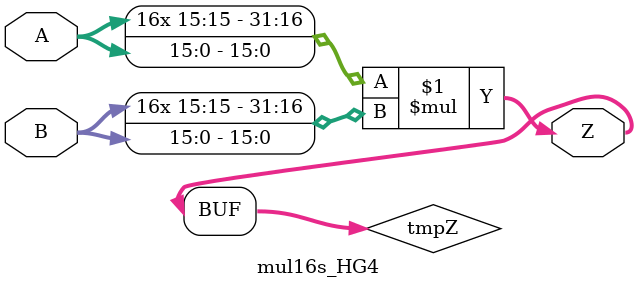
<source format=v>
/***
* This code is a part of EvoApproxLib library (ehw.fit.vutbr.cz/approxlib) distributed under The MIT License.
* When used, please cite the following article(s): V. Mrazek, Z. Vasicek, L. Sekanina, H. Jiang and J. Han, "Scalable Construction of Approximate Multipliers With Formally Guaranteed Worst Case Error" in IEEE Transactions on Very Large Scale Integration (VLSI) Systems, vol. 26, no. 11, pp. 2572-2576, Nov. 2018. doi: 10.1109/TVLSI.2018.2856362 
* This file contains a circuit from a sub-set of pareto optimal circuits with respect to the pwr and mre parameters
***/
// MAE% = 0.00 %
// MAE = 0 
// WCE% = 0.00 %
// WCE = 0 
// WCRE% = 0.00 %
// EP% = 0.00 %
// MRE% = 0.00 %
// MSE = 0 
// PDK45_PWR = 2.400 mW
// PDK45_AREA = 2614.0 um2
// PDK45_DELAY = 3.05 ns



module mul16s_HG4(
	A, 
	B,
	Z
);

input signed [16-1:0] A;
input signed [16-1:0] B;
output signed [2*16-1:0] Z;

wire signed [2*(16-0)-1:0] tmpZ;
assign tmpZ = $signed(A[16-1:0]) * $signed(B[16-1:0]);
assign Z = $signed(tmpZ);
endmodule


</source>
